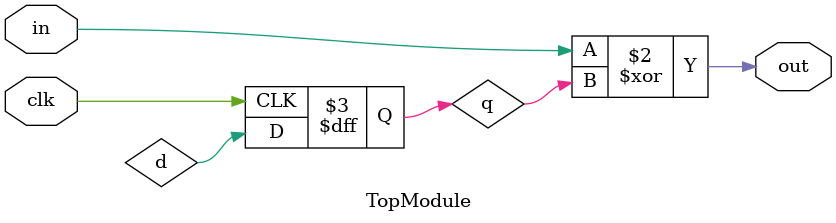
<source format=sv>

module TopModule (
  input clk,
  input in,
  output logic out
);

  logic d, q, q_bar;
  // D flip-flop
  always @(posedge clk) begin
    q <= d;
  end

  // XOR gate
  assign out = in ^ q;
  
endmodule
/*
Ambiguous Design Descriptions: Lack of Initialization
*/

/*
The testbench simulated, but had errors. Please fix the module. The output of iverilog is as follows:
VCD info: dumpfile wave.vcd opened for output.
D:/MyVerilogDebugger/Dataset/dataset_verilog-eval-human/Prob053_m2014_q4d_test.sv:16: $finish called at 501 (1ps)
Hint: Output 'out' has 1 mismatches. First mismatch occurred at time 5.
Hint: Total mismatched samples is 1 out of 100 samples

Simulation finished at 501 ps
Mismatches: 1 in 100 samples

*/
</source>
